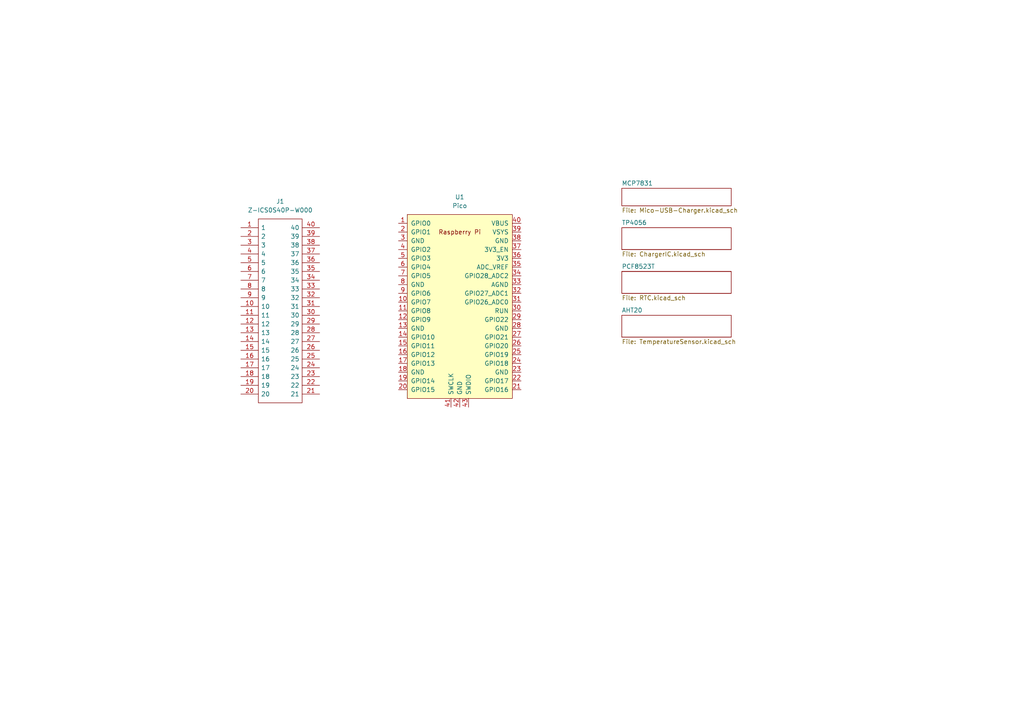
<source format=kicad_sch>
(kicad_sch (version 20230121) (generator eeschema)
  (paper "A4")
  (title_block (title "Picohttpsensor"))
  (lib_symbols
    (symbol "MCU_RaspberryPi_and_Boards:Pico" (pin_names (offset 1.016))
      (property "Reference" "U" (at -13.97 27.94 0))
      (property "Value" "Pico" (at 0 19.05 0))
      (symbol "Pico_0_0"
        (text "Raspberry Pi" (at 0 21.59 0) (effects (font (size 1.27 1.27))))
      )
      (symbol "Pico_0_1"
        (rectangle (start -15.24 26.67) (end 15.24 -26.67) (fill (type background)))
      )
      (symbol "Pico_1_1"
        (pin bidirectional line (at -17.78 24.13 0) (length 2.54) (name "GPIO0") (number "1"))
        (pin bidirectional line (at -17.78 1.27 0) (length 2.54) (name "GPIO7") (number "10"))
        (pin bidirectional line (at -17.78 -1.27 0) (length 2.54) (name "GPIO8") (number "11"))
        (pin bidirectional line (at -17.78 -3.81 0) (length 2.54) (name "GPIO9") (number "12"))
        (pin power_in line (at -17.78 -6.35 0) (length 2.54) (name "GND") (number "13"))
        (pin bidirectional line (at -17.78 -8.89 0) (length 2.54) (name "GPIO10") (number "14"))
        (pin bidirectional line (at -17.78 -11.43 0) (length 2.54) (name "GPIO11") (number "15"))
        (pin bidirectional line (at -17.78 -13.97 0) (length 2.54) (name "GPIO12") (number "16"))
        (pin bidirectional line (at -17.78 -16.51 0) (length 2.54) (name "GPIO13") (number "17"))
        (pin power_in line (at -17.78 -19.05 0) (length 2.54) (name "GND") (number "18"))
        (pin bidirectional line (at -17.78 -21.59 0) (length 2.54) (name "GPIO14") (number "19"))
        (pin bidirectional line (at -17.78 21.59 0) (length 2.54) (name "GPIO1") (number "2"))
        (pin bidirectional line (at -17.78 -24.13 0) (length 2.54) (name "GPIO15") (number "20"))
        (pin bidirectional line (at 17.78 -24.13 180) (length 2.54) (name "GPIO16") (number "21"))
        (pin bidirectional line (at 17.78 -21.59 180) (length 2.54) (name "GPIO17") (number "22"))
        (pin power_in line (at 17.78 -19.05 180) (length 2.54) (name "GND") (number "23"))
        (pin bidirectional line (at 17.78 -16.51 180) (length 2.54) (name "GPIO18") (number "24"))
        (pin bidirectional line (at 17.78 -13.97 180) (length 2.54) (name "GPIO19") (number "25"))
        (pin bidirectional line (at 17.78 -11.43 180) (length 2.54) (name "GPIO20") (number "26"))
        (pin bidirectional line (at 17.78 -8.89 180) (length 2.54) (name "GPIO21") (number "27"))
        (pin power_in line (at 17.78 -6.35 180) (length 2.54) (name "GND") (number "28"))
        (pin bidirectional line (at 17.78 -3.81 180) (length 2.54) (name "GPIO22") (number "29"))
        (pin power_in line (at -17.78 19.05 0) (length 2.54) (name "GND") (number "3"))
        (pin input line (at 17.78 -1.27 180) (length 2.54) (name "RUN") (number "30"))
        (pin bidirectional line (at 17.78 1.27 180) (length 2.54) (name "GPIO26_ADC0") (number "31"))
        (pin bidirectional line (at 17.78 3.81 180) (length 2.54) (name "GPIO27_ADC1") (number "32"))
        (pin power_in line (at 17.78 6.35 180) (length 2.54) (name "AGND") (number "33"))
        (pin bidirectional line (at 17.78 8.89 180) (length 2.54) (name "GPIO28_ADC2") (number "34"))
        (pin unspecified line (at 17.78 11.43 180) (length 2.54) (name "ADC_VREF") (number "35"))
        (pin unspecified line (at 17.78 13.97 180) (length 2.54) (name "3V3") (number "36"))
        (pin input line (at 17.78 16.51 180) (length 2.54) (name "3V3_EN") (number "37"))
        (pin bidirectional line (at 17.78 19.05 180) (length 2.54) (name "GND") (number "38"))
        (pin unspecified line (at 17.78 21.59 180) (length 2.54) (name "VSYS") (number "39"))
        (pin bidirectional line (at -17.78 16.51 0) (length 2.54) (name "GPIO2") (number "4"))
        (pin unspecified line (at 17.78 24.13 180) (length 2.54) (name "VBUS") (number "40"))
        (pin input line (at -2.54 -29.21 90) (length 2.54) (name "SWCLK") (number "41"))
        (pin power_in line (at 0 -29.21 90) (length 2.54) (name "GND") (number "42"))
        (pin bidirectional line (at 2.54 -29.21 90) (length 2.54) (name "SWDIO") (number "43"))
        (pin bidirectional line (at -17.78 13.97 0) (length 2.54) (name "GPIO3") (number "5"))
        (pin bidirectional line (at -17.78 11.43 0) (length 2.54) (name "GPIO4") (number "6"))
        (pin bidirectional line (at -17.78 8.89 0) (length 2.54) (name "GPIO5") (number "7"))
        (pin power_in line (at -17.78 6.35 0) (length 2.54) (name "GND") (number "8"))
        (pin bidirectional line (at -17.78 3.81 0) (length 2.54) (name "GPIO6") (number "9"))
      )
    )
    (symbol "Z-ICS0S40P-W000:Z-ICS0S40P-W000" (pin_names (offset 0.762))
      (property "Reference" "J" (at 19.05 7.62 0))
      (property "Value" "Z-ICS0S40P-W000" (at 19.05 5.08 0))
      (symbol "Z-ICS0S40P-W000_0_0"
        (pin passive line (at 0 0 0) (length 5.08) (name "1") (number "1"))
        (pin passive line (at 0 -22.86 0) (length 5.08) (name "10") (number "10"))
        (pin passive line (at 0 -25.4 0) (length 5.08) (name "11") (number "11"))
        (pin passive line (at 0 -27.94 0) (length 5.08) (name "12") (number "12"))
        (pin passive line (at 0 -30.48 0) (length 5.08) (name "13") (number "13"))
        (pin passive line (at 0 -33.02 0) (length 5.08) (name "14") (number "14"))
        (pin passive line (at 0 -35.56 0) (length 5.08) (name "15") (number "15"))
        (pin passive line (at 0 -38.1 0) (length 5.08) (name "16") (number "16"))
        (pin passive line (at 0 -40.64 0) (length 5.08) (name "17") (number "17"))
        (pin passive line (at 0 -43.18 0) (length 5.08) (name "18") (number "18"))
        (pin passive line (at 0 -45.72 0) (length 5.08) (name "19") (number "19"))
        (pin passive line (at 0 -2.54 0) (length 5.08) (name "2") (number "2"))
        (pin passive line (at 0 -48.26 0) (length 5.08) (name "20") (number "20"))
        (pin passive line (at 22.86 -48.26 180) (length 5.08) (name "21") (number "21"))
        (pin passive line (at 22.86 -45.72 180) (length 5.08) (name "22") (number "22"))
        (pin passive line (at 22.86 -43.18 180) (length 5.08) (name "23") (number "23"))
        (pin passive line (at 22.86 -40.64 180) (length 5.08) (name "24") (number "24"))
        (pin passive line (at 22.86 -38.1 180) (length 5.08) (name "25") (number "25"))
        (pin passive line (at 22.86 -35.56 180) (length 5.08) (name "26") (number "26"))
        (pin passive line (at 22.86 -33.02 180) (length 5.08) (name "27") (number "27"))
        (pin passive line (at 22.86 -30.48 180) (length 5.08) (name "28") (number "28"))
        (pin passive line (at 22.86 -27.94 180) (length 5.08) (name "29") (number "29"))
        (pin passive line (at 0 -5.08 0) (length 5.08) (name "3") (number "3"))
        (pin passive line (at 22.86 -25.4 180) (length 5.08) (name "30") (number "30"))
        (pin passive line (at 22.86 -22.86 180) (length 5.08) (name "31") (number "31"))
        (pin passive line (at 22.86 -20.32 180) (length 5.08) (name "32") (number "32"))
        (pin passive line (at 22.86 -17.78 180) (length 5.08) (name "33") (number "33"))
        (pin passive line (at 22.86 -15.24 180) (length 5.08) (name "34") (number "34"))
        (pin passive line (at 22.86 -12.7 180) (length 5.08) (name "35") (number "35"))
        (pin passive line (at 22.86 -10.16 180) (length 5.08) (name "36") (number "36"))
        (pin passive line (at 22.86 -7.62 180) (length 5.08) (name "37") (number "37"))
        (pin passive line (at 22.86 -5.08 180) (length 5.08) (name "38") (number "38"))
        (pin passive line (at 22.86 -2.54 180) (length 5.08) (name "39") (number "39"))
        (pin passive line (at 0 -7.62 0) (length 5.08) (name "4") (number "4"))
        (pin passive line (at 22.86 0 180) (length 5.08) (name "40") (number "40"))
        (pin passive line (at 0 -10.16 0) (length 5.08) (name "5") (number "5"))
        (pin passive line (at 0 -12.7 0) (length 5.08) (name "6") (number "6"))
        (pin passive line (at 0 -15.24 0) (length 5.08) (name "7") (number "7"))
        (pin passive line (at 0 -17.78 0) (length 5.08) (name "8") (number "8"))
        (pin passive line (at 0 -20.32 0) (length 5.08) (name "9") (number "9"))
      )
      (symbol "Z-ICS0S40P-W000_0_1"
        (polyline (pts (xy 5.08 2.54) (xy 17.78 2.54) (xy 17.78 -50.8) (xy 5.08 -50.8) (xy 5.08 2.54)) (stroke (width 0.1524)))
      )
    )
  )
  (symbol (lib_id "Z-ICS0S40P-W000:Z-ICS0S40P-W000") (at 69.85 66.04 0) (unit 1)
    (property "Reference" "J1" (at 81.28 58.42 0))
    (property "Value" "Z-ICS0S40P-W000" (at 81.28 60.96 0))
    (property "Footprint" "Z-ICS0S40P-W000:ZICS0S40PW000" (effects hide))
    (property "Datasheet" "https://www.edadoc.com.cn/datasheet/03/4D/J0015383-Z-ICS0S40P-W000.pdf?attname=wKgyIGMNXfGACFRNAANoFyojWLM858.pdf" (effects hide))
    (property "Description" "DIP Tin 15.24mm 40 2.54mm DIP-40  IC Sockets ROHS" (effects hide))
    (property "Height" "5.3" (effects hide))
    (property "Manufacturer_Name" "Ckmtw(Shenzhen Cankemeng)" (effects hide))
    (property "Manufacturer_Part_Number" "Z-ICS0S40P-W000" (effects hide))
  )
  (symbol (lib_id "MCU_RaspberryPi_and_Boards:Pico") (at 133.35 88.9 0) (unit 1)
    (property "Reference" "U1" (at 133.35 57.15 0))
    (property "Value" "Pico" (at 133.35 59.69 0))
    (property "Footprint" "MCU_RaspberryPi_and_Boards:RPi_Pico_SMD_TH" (effects hide))
  )
  (sheet (at 180.34 91.44) (size 31.75 6.35) (stroke (width 0.1524))
    (property "Sheetname" "AHT20" (at 180.34 90.7284 0) (effects (justify left bottom)))
    (property "Sheetfile" "TemperatureSensor.kicad_sch" (at 180.34 98.3746 0) (effects (justify left top)))
  )
  (sheet (at 180.34 54.61) (size 31.75 5.08) (stroke (width 0.1524))
    (property "Sheetname" "MCP7831" (at 180.34 53.8984 0) (effects (justify left bottom)))
    (property "Sheetfile" "Mico-USB-Charger.kicad_sch" (at 180.34 60.2746 0) (effects (justify left top)))
  )
  (sheet (at 180.34 66.04) (size 31.75 6.35) (stroke (width 0.1524))
    (property "Sheetname" "TP4056" (at 180.34 65.3284 0) (effects (justify left bottom)))
    (property "Sheetfile" "ChargerIC.kicad_sch" (at 180.34 72.9746 0) (effects (justify left top)))
  )
  (sheet (at 180.34 78.74) (size 31.75 6.35) (stroke (width 0.1524))
    (property "Sheetname" "PCF8523T" (at 180.34 78.0284 0) (effects (justify left bottom)))
    (property "Sheetfile" "RTC.kicad_sch" (at 180.34 85.6746 0) (effects (justify left top)))
  )
)
</source>
